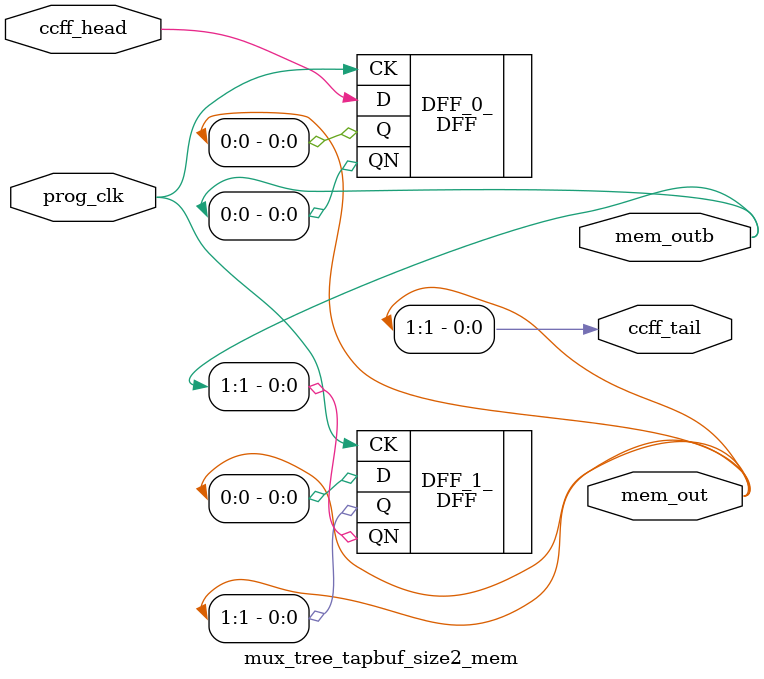
<source format=v>
/*verilator tracing_off*/
// ----- END Verilog module for mux_tree_tapbuf_size4_mem -----

//----- Default net type -----
`default_nettype wire




//----- Default net type -----
`default_nettype wire

// ----- Verilog module for mux_tree_tapbuf_size2_mem -----
module mux_tree_tapbuf_size2_mem(prog_clk,
                                 ccff_head,
                                 ccff_tail,
                                 mem_out,
                                 mem_outb);
//----- GLOBAL PORTS -----
input [0:0] prog_clk;
//----- INPUT PORTS -----
input [0:0] ccff_head;
//----- OUTPUT PORTS -----
output [0:0] ccff_tail;
//----- OUTPUT PORTS -----
output [0:1] mem_out;
//----- OUTPUT PORTS -----
output [0:1] mem_outb;

//----- BEGIN wire-connection ports -----
//----- END wire-connection ports -----


//----- BEGIN Registered ports -----
//----- END Registered ports -----



// ----- BEGIN Local short connections -----
// ----- END Local short connections -----
// ----- BEGIN Local output short connections -----
	assign ccff_tail[0] = mem_out[1];
// ----- END Local output short connections -----

	DFF DFF_0_ (
		.CK(prog_clk),
		.D(ccff_head),
		.Q(mem_out[0]),
		.QN(mem_outb[0]));

	DFF DFF_1_ (
		.CK(prog_clk),
		.D(mem_out[0]),
		.Q(mem_out[1]),
		.QN(mem_outb[1]));

endmodule

</source>
